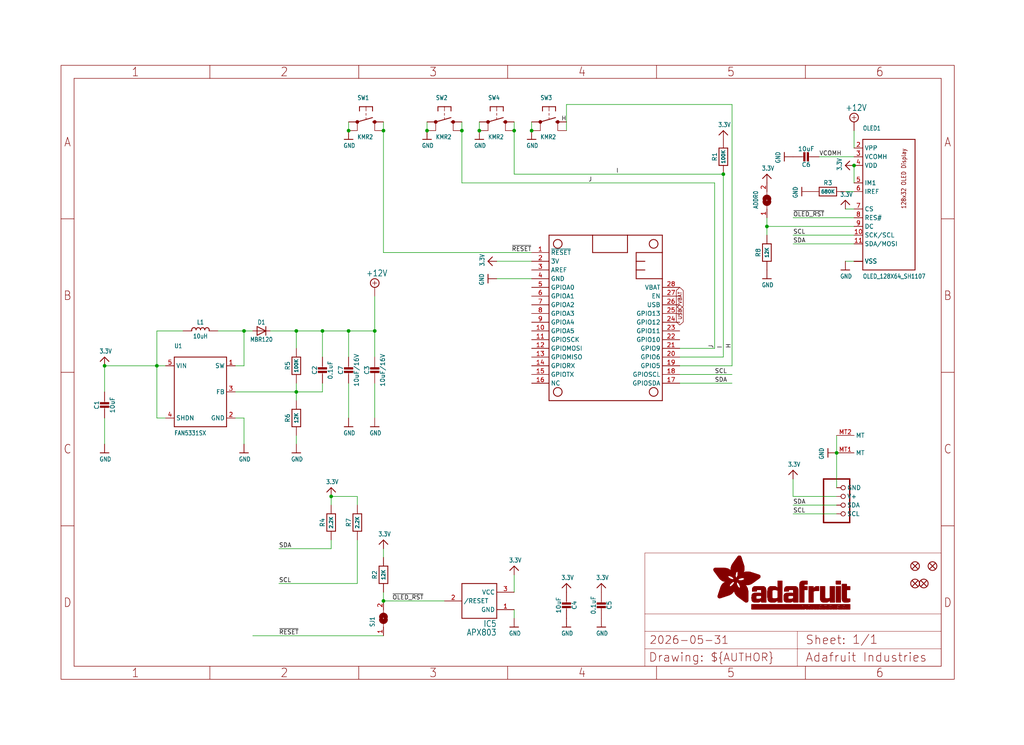
<source format=kicad_sch>
(kicad_sch (version 20231120) (generator "eeschema") (generator_version "8.0")
  (paper "User" 298.45 217.322)
  (lib_symbols
    (symbol "Adafruit 128x64 OLED FeatherWing-eagle-import:+12V" (power)
      (symbol "+12V_1_0"
        (pin power_in line (at 0 -2.54 90) (length 2.54) (name "+12V") (number "1"))
      )
    )
    (symbol "Adafruit 128x64 OLED FeatherWing-eagle-import:3.3V" (power)
      (symbol "3.3V_1_0"
        (pin power_in line (at 0 -2.54 90) (length 2.54) (name "3.3V") (number "1"))
      )
    )
    (symbol "Adafruit 128x64 OLED FeatherWing-eagle-import:AXP083-SAG"
      (property "Reference" "IC" (at -5.08 -7.62 0))
      (symbol "AXP083-SAG_1_0"
        (pin power_in line (at -10.16 -2.54 0) (length 5.08) (name "GND") (number "1"))
        (pin output line (at 10.16 0 180) (length 5.08) (name "/RESET") (number "2"))
        (pin power_in line (at -10.16 2.54 0) (length 5.08) (name "VCC") (number "3"))
      )
    )
    (symbol "Adafruit 128x64 OLED FeatherWing-eagle-import:CAP_CERAMIC0603_NO"
      (property "Reference" "C" (at -2.29 1.25 90))
      (symbol "CAP_CERAMIC0603_NO_1_0"
        (pin passive line (at 0 5.08 270) (length 2.54) (name "1") (number "1"))
        (pin passive line (at 0 -2.54 90) (length 2.54) (name "2") (number "2"))
      )
    )
    (symbol "Adafruit 128x64 OLED FeatherWing-eagle-import:CAP_CERAMIC0805-NOOUTLINE"
      (property "Reference" "C" (at -2.29 1.25 90))
      (symbol "CAP_CERAMIC0805-NOOUTLINE_1_0"
        (pin passive line (at 0 5.08 270) (length 2.54) (name "1") (number "1"))
        (pin passive line (at 0 -2.54 90) (length 2.54) (name "2") (number "2"))
      )
    )
    (symbol "Adafruit 128x64 OLED FeatherWing-eagle-import:DIODESOD-123"
      (property "Reference" "D" (at 0 2.54 0))
      (symbol "DIODESOD-123_1_0"
        (pin passive line (at -2.54 0 0) (length 2.54) (name "A") (number "A"))
        (pin passive line (at 2.54 0 180) (length 2.54) (name "C") (number "C"))
      )
    )
    (symbol "Adafruit 128x64 OLED FeatherWing-eagle-import:FEATHERWING_NODIM"
      (symbol "FEATHERWING_NODIM_1_0"
        (pin input line (at 5.08 -5.08 90) (length 5.08) (name "~{RESET}") (number "1"))
        (pin bidirectional line (at 27.94 -5.08 90) (length 5.08) (name "GPIOA5") (number "10"))
        (pin bidirectional line (at 30.48 -5.08 90) (length 5.08) (name "GPIOSCK") (number "11"))
        (pin bidirectional line (at 33.02 -5.08 90) (length 5.08) (name "GPIOMOSI") (number "12"))
        (pin bidirectional line (at 35.56 -5.08 90) (length 5.08) (name "GPIOMISO") (number "13"))
        (pin bidirectional line (at 38.1 -5.08 90) (length 5.08) (name "GPIORX") (number "14"))
        (pin bidirectional line (at 40.64 -5.08 90) (length 5.08) (name "GPIOTX") (number "15"))
        (pin passive line (at 43.18 -5.08 90) (length 5.08) (name "NC") (number "16"))
        (pin bidirectional line (at 43.18 38.1 270) (length 5.08) (name "GPIOSDA") (number "17"))
        (pin bidirectional line (at 40.64 38.1 270) (length 5.08) (name "GPIOSCL") (number "18"))
        (pin bidirectional line (at 38.1 38.1 270) (length 5.08) (name "GPIO5") (number "19"))
        (pin power_in line (at 7.62 -5.08 90) (length 5.08) (name "3V") (number "2"))
        (pin bidirectional line (at 35.56 38.1 270) (length 5.08) (name "GPIO6") (number "20"))
        (pin bidirectional line (at 33.02 38.1 270) (length 5.08) (name "GPIO9") (number "21"))
        (pin bidirectional line (at 30.48 38.1 270) (length 5.08) (name "GPIO10") (number "22"))
        (pin bidirectional line (at 27.94 38.1 270) (length 5.08) (name "GPIO11") (number "23"))
        (pin bidirectional line (at 25.4 38.1 270) (length 5.08) (name "GPIO12") (number "24"))
        (pin bidirectional line (at 22.86 38.1 270) (length 5.08) (name "GPIO13") (number "25"))
        (pin power_in line (at 20.32 38.1 270) (length 5.08) (name "USB") (number "26"))
        (pin passive line (at 17.78 38.1 270) (length 5.08) (name "EN") (number "27"))
        (pin power_in line (at 15.24 38.1 270) (length 5.08) (name "VBAT") (number "28"))
        (pin passive line (at 10.16 -5.08 90) (length 5.08) (name "AREF") (number "3"))
        (pin power_in line (at 12.7 -5.08 90) (length 5.08) (name "GND") (number "4"))
        (pin bidirectional line (at 15.24 -5.08 90) (length 5.08) (name "GPIOA0") (number "5"))
        (pin bidirectional line (at 17.78 -5.08 90) (length 5.08) (name "GPIOA1") (number "6"))
        (pin bidirectional line (at 20.32 -5.08 90) (length 5.08) (name "GPIOA2") (number "7"))
        (pin bidirectional line (at 22.86 -5.08 90) (length 5.08) (name "GPIOA3") (number "8"))
        (pin bidirectional line (at 25.4 -5.08 90) (length 5.08) (name "GPIOA4") (number "9"))
      )
    )
    (symbol "Adafruit 128x64 OLED FeatherWing-eagle-import:FIDUCIAL_1MM")
    (symbol "Adafruit 128x64 OLED FeatherWing-eagle-import:FRAME_A4_ADAFRUIT"
      (symbol "FRAME_A4_ADAFRUIT_1_0"
        (text "${#}/${##}" (at 230.505 10.16 0) (effects (font (size 2.54 2.54)) (justify left bottom)))
        (text "${AUTHOR}" (at 189.23 5.08 0) (effects (font (size 2.286 2.286)) (justify left bottom)))
        (text "${CURRENT_DATE}" (at 171.45 10.16 0) (effects (font (size 2.286 2.286)) (justify left bottom)))
        (text "${PROJECTNAME}" (at 171.45 15.24 0) (effects (font (size 2.54 2.54)) (justify left bottom)))
        (text "1" (at 21.6958 1.905 0) (effects (font (size 2.54 2.286))))
        (text "1" (at 21.6958 177.165 0) (effects (font (size 2.54 2.286))))
        (text "2" (at 65.0875 1.905 0) (effects (font (size 2.54 2.286))))
        (text "2" (at 65.0875 177.165 0) (effects (font (size 2.54 2.286))))
        (text "3" (at 108.4792 1.905 0) (effects (font (size 2.54 2.286))))
        (text "3" (at 108.4792 177.165 0) (effects (font (size 2.54 2.286))))
        (text "4" (at 151.8708 1.905 0) (effects (font (size 2.54 2.286))))
        (text "4" (at 151.8708 177.165 0) (effects (font (size 2.54 2.286))))
        (text "5" (at 195.2625 1.905 0) (effects (font (size 2.54 2.286))))
        (text "5" (at 195.2625 177.165 0) (effects (font (size 2.54 2.286))))
        (text "6" (at 238.6542 1.905 0) (effects (font (size 2.54 2.286))))
        (text "6" (at 238.6542 177.165 0) (effects (font (size 2.54 2.286))))
        (text "A" (at 1.905 156.6863 0) (effects (font (size 2.54 2.286))))
        (text "A" (at 258.445 156.6863 0) (effects (font (size 2.54 2.286))))
        (text "Adafruit Industries" (at 216.916 4.953 0) (effects (font (size 2.54 2.54)) (justify left bottom)))
        (text "B" (at 1.905 111.9188 0) (effects (font (size 2.54 2.286))))
        (text "B" (at 258.445 111.9188 0) (effects (font (size 2.54 2.286))))
        (text "C" (at 1.905 67.1513 0) (effects (font (size 2.54 2.286))))
        (text "C" (at 258.445 67.1513 0) (effects (font (size 2.54 2.286))))
        (text "D" (at 1.905 22.3838 0) (effects (font (size 2.54 2.286))))
        (text "D" (at 258.445 22.3838 0) (effects (font (size 2.54 2.286))))
        (text "Drawing:" (at 171.196 4.953 0) (effects (font (size 2.54 2.54)) (justify left bottom)))
        (text "Sheet:" (at 216.916 10.033 0) (effects (font (size 2.54 2.54)) (justify left bottom)))
      )
    )
    (symbol "Adafruit 128x64 OLED FeatherWing-eagle-import:GND" (power)
      (symbol "GND_1_0"
        (pin power_in line (at 0 2.54 270) (length 2.54) (name "GND") (number "1"))
      )
    )
    (symbol "Adafruit 128x64 OLED FeatherWing-eagle-import:INDUCTOR"
      (property "Reference" "L" (at 0 2.54 0))
      (symbol "INDUCTOR_1_0"
        (pin passive line (at -5.08 0 0) (length 2.54) (name "1") (number "P$1"))
        (pin passive line (at 5.08 0 180) (length 2.54) (name "2") (number "P$2"))
      )
    )
    (symbol "Adafruit 128x64 OLED FeatherWing-eagle-import:OLED_128X64_SH1107"
      (property "Reference" "OLED" (at -7.62 22.86 0))
      (symbol "OLED_128X64_SH1107_1_0"
        (text "128x32 OLED Display" (at 5.08 0 900) (effects (font (size 1.27 1.0795)) (justify left bottom)))
        (pin power_in line (at -10.16 -15.24 0) (length 2.54) (name "VSS") (number "1"))
        (pin input line (at -10.16 -7.62 0) (length 2.54) (name "SCK/SCL") (number "10"))
        (pin input line (at -10.16 -10.16 0) (length 2.54) (name "SDA/MOSI") (number "11"))
        (pin power_in line (at -10.16 -15.24 0) (length 2.54) (name "VSS") (number "12"))
        (pin power_in line (at -10.16 -15.24 0) (length 2.54) (name "VSS") (number "13"))
        (pin power_in line (at -10.16 17.78 0) (length 2.54) (name "VPP") (number "2"))
        (pin power_in line (at -10.16 15.24 0) (length 2.54) (name "VCOMH") (number "3"))
        (pin power_in line (at -10.16 12.7 0) (length 2.54) (name "VDD") (number "4"))
        (pin input line (at -10.16 7.62 0) (length 2.54) (name "IM1") (number "5"))
        (pin bidirectional line (at -10.16 5.08 0) (length 2.54) (name "IREF") (number "6"))
        (pin input line (at -10.16 0 0) (length 2.54) (name "CS") (number "7"))
        (pin input line (at -10.16 -2.54 0) (length 2.54) (name "RES#") (number "8"))
        (pin input line (at -10.16 -5.08 0) (length 2.54) (name "DC") (number "9"))
      )
    )
    (symbol "Adafruit 128x64 OLED FeatherWing-eagle-import:RESISTOR_0603_NOOUT"
      (property "Reference" "R" (at 0 2.54 0))
      (symbol "RESISTOR_0603_NOOUT_1_0"
        (pin passive line (at -5.08 0 0) (length 2.54) (name "1") (number "1"))
        (pin passive line (at 5.08 0 180) (length 2.54) (name "2") (number "2"))
      )
    )
    (symbol "Adafruit 128x64 OLED FeatherWing-eagle-import:SOLDERJUMPER"
      (property "Reference" "SJ" (at -2.54 2.54 0))
      (symbol "SOLDERJUMPER_1_0"
        (pin passive line (at -5.08 0 0) (length 2.54) (name "1") (number "1"))
        (pin passive line (at 5.08 0 180) (length 2.54) (name "2") (number "2"))
      )
    )
    (symbol "Adafruit 128x64 OLED FeatherWing-eagle-import:SOLDERJUMPERCLOSED"
      (property "Reference" "SJ" (at -2.54 2.54 0))
      (symbol "SOLDERJUMPERCLOSED_1_0"
        (pin passive line (at -5.08 0 0) (length 2.54) (name "1") (number "1"))
        (pin passive line (at 5.08 0 180) (length 2.54) (name "2") (number "2"))
      )
    )
    (symbol "Adafruit 128x64 OLED FeatherWing-eagle-import:STEMMA_I2C_QT"
      (symbol "STEMMA_I2C_QT_1_0"
        (pin passive inverted (at 0 5.08 0) (length 2.54) (name "GND") (number "1"))
        (pin passive inverted (at 0 2.54 0) (length 2.54) (name "V+") (number "2"))
        (pin passive inverted (at 0 0 0) (length 2.54) (name "SDA") (number "3"))
        (pin passive inverted (at 0 -2.54 0) (length 2.54) (name "SCL") (number "4"))
      )
      (symbol "STEMMA_I2C_QT_2_0"
        (pin bidirectional line (at 0 0 0) (length 5.08) (name "MT") (number "MT1"))
      )
      (symbol "STEMMA_I2C_QT_3_0"
        (pin bidirectional line (at 0 0 0) (length 5.08) (name "MT") (number "MT2"))
      )
    )
    (symbol "Adafruit 128x64 OLED FeatherWing-eagle-import:SWITCH_TACT_SMT4.6X2.8"
      (property "Reference" "SW" (at -2.54 6.35 0))
      (symbol "SWITCH_TACT_SMT4.6X2.8_1_0"
        (pin passive line (at -5.08 0 0) (length 2.54) (name "P") (number "A"))
        (pin passive line (at -5.08 -2.54 0) (length 2.54) (name "P1") (number "A'"))
        (pin passive line (at 5.08 0 180) (length 2.54) (name "S") (number "B"))
        (pin passive line (at 5.08 -2.54 180) (length 2.54) (name "S1") (number "B'"))
      )
    )
    (symbol "Adafruit 128x64 OLED FeatherWing-eagle-import:VREG_FAN5331"
      (property "Reference" "U" (at -7.62 12.7 0))
      (symbol "VREG_FAN5331_1_0"
        (pin bidirectional line (at 10.16 7.62 180) (length 2.54) (name "SW") (number "1"))
        (pin bidirectional line (at 10.16 -7.62 180) (length 2.54) (name "GND") (number "2"))
        (pin bidirectional line (at 10.16 0 180) (length 2.54) (name "FB") (number "3"))
        (pin bidirectional line (at -10.16 -7.62 0) (length 2.54) (name "SHDN") (number "4"))
        (pin bidirectional line (at -10.16 7.62 0) (length 2.54) (name "VIN") (number "5"))
      )
    )
  )
  (junction (at 248.92 48.26))
  (junction (at 96.52 144.78))
  (junction (at 86.36 96.52))
  (junction (at 124.46 38.1))
  (junction (at 71.12 96.52))
  (junction (at 86.36 114.3))
  (junction (at 134.62 38.1))
  (junction (at 223.52 66.04))
  (junction (at 30.48 106.68))
  (junction (at 243.84 132.08))
  (junction (at 111.76 175.26))
  (junction (at 154.94 38.1))
  (junction (at 210.82 50.8))
  (junction (at 149.86 38.1))
  (junction (at 139.7 38.1))
  (junction (at 101.6 96.52))
  (junction (at 111.76 38.1))
  (junction (at 93.98 96.52))
  (junction (at 101.6 38.1))
  (junction (at 109.22 96.52))
  (junction (at 45.72 106.68))
  (wire (pts (xy 93.98 114.3) (xy 93.98 111.76)) (stroke (width 0.1524)))
  (wire (pts (xy 208.28 53.34) (xy 208.28 101.6)) (stroke (width 0.1524)))
  (wire (pts (xy 198.12 104.14) (xy 210.82 104.14)) (stroke (width 0.1524)))
  (wire (pts (xy 231.14 63.5) (xy 248.92 63.5)) (stroke (width 0.1524)))
  (wire (pts (xy 48.26 121.92) (xy 45.72 121.92)) (stroke (width 0.1524)))
  (wire (pts (xy 71.12 96.52) (xy 73.66 96.52)) (stroke (width 0.1524)))
  (wire (pts (xy 111.76 38.1) (xy 111.76 73.66)) (stroke (width 0.1524)))
  (wire (pts (xy 231.14 149.86) (xy 243.84 149.86)) (stroke (width 0.1524)))
  (wire (pts (xy 246.38 55.88) (xy 248.92 55.88)) (stroke (width 0.1524)))
  (wire (pts (xy 198.12 101.6) (xy 208.28 101.6)) (stroke (width 0.1524)))
  (wire (pts (xy 149.86 38.1) (xy 149.86 50.8)) (stroke (width 0.1524)))
  (wire (pts (xy 86.36 114.3) (xy 93.98 114.3)) (stroke (width 0.1524)))
  (wire (pts (xy 129.54 175.26) (xy 111.76 175.26)) (stroke (width 0.1524)))
  (wire (pts (xy 101.6 96.52) (xy 109.22 96.52)) (stroke (width 0.1524)))
  (wire (pts (xy 68.58 114.3) (xy 86.36 114.3)) (stroke (width 0.1524)))
  (wire (pts (xy 165.1 30.48) (xy 213.36 30.48)) (stroke (width 0.1524)))
  (wire (pts (xy 68.58 121.92) (xy 71.12 121.92)) (stroke (width 0.1524)))
  (wire (pts (xy 96.52 147.32) (xy 96.52 144.78)) (stroke (width 0.1524)))
  (wire (pts (xy 223.52 66.04) (xy 248.92 66.04)) (stroke (width 0.1524)))
  (wire (pts (xy 246.38 76.2) (xy 248.92 76.2)) (stroke (width 0.1524)))
  (wire (pts (xy 231.14 68.58) (xy 248.92 68.58)) (stroke (width 0.1524)))
  (wire (pts (xy 30.48 121.92) (xy 30.48 129.54)) (stroke (width 0.1524)))
  (wire (pts (xy 86.36 96.52) (xy 86.36 101.6)) (stroke (width 0.1524)))
  (wire (pts (xy 78.74 96.52) (xy 86.36 96.52)) (stroke (width 0.1524)))
  (wire (pts (xy 101.6 121.92) (xy 101.6 111.76)) (stroke (width 0.1524)))
  (wire (pts (xy 96.52 160.02) (xy 81.28 160.02)) (stroke (width 0.1524)))
  (wire (pts (xy 165.1 30.48) (xy 165.1 38.1)) (stroke (width 0.1524)))
  (wire (pts (xy 86.36 96.52) (xy 93.98 96.52)) (stroke (width 0.1524)))
  (wire (pts (xy 243.84 127) (xy 243.84 132.08)) (stroke (width 0.1524)))
  (wire (pts (xy 104.14 170.18) (xy 81.28 170.18)) (stroke (width 0.1524)))
  (wire (pts (xy 144.78 76.2) (xy 154.94 76.2)) (stroke (width 0.1524)))
  (wire (pts (xy 109.22 96.52) (xy 109.22 86.36)) (stroke (width 0.1524)))
  (wire (pts (xy 248.92 48.26) (xy 248.92 53.34)) (stroke (width 0.1524)))
  (wire (pts (xy 149.86 35.56) (xy 149.86 38.1)) (stroke (width 0.1524)))
  (wire (pts (xy 109.22 96.52) (xy 109.22 104.14)) (stroke (width 0.1524)))
  (wire (pts (xy 134.62 38.1) (xy 134.62 53.34)) (stroke (width 0.1524)))
  (wire (pts (xy 111.76 162.56) (xy 111.76 160.02)) (stroke (width 0.1524)))
  (wire (pts (xy 248.92 38.1) (xy 248.92 43.18)) (stroke (width 0.1524)))
  (wire (pts (xy 71.12 96.52) (xy 71.12 106.68)) (stroke (width 0.1524)))
  (wire (pts (xy 231.14 144.78) (xy 231.14 139.7)) (stroke (width 0.1524)))
  (wire (pts (xy 71.12 106.68) (xy 68.58 106.68)) (stroke (width 0.1524)))
  (wire (pts (xy 139.7 35.56) (xy 139.7 38.1)) (stroke (width 0.1524)))
  (wire (pts (xy 124.46 35.56) (xy 124.46 38.1)) (stroke (width 0.1524)))
  (wire (pts (xy 86.36 127) (xy 86.36 129.54)) (stroke (width 0.1524)))
  (wire (pts (xy 104.14 157.48) (xy 104.14 170.18)) (stroke (width 0.1524)))
  (wire (pts (xy 149.86 177.8) (xy 149.86 180.34)) (stroke (width 0.1524)))
  (wire (pts (xy 111.76 73.66) (xy 154.94 73.66)) (stroke (width 0.1524)))
  (wire (pts (xy 45.72 121.92) (xy 45.72 106.68)) (stroke (width 0.1524)))
  (wire (pts (xy 48.26 106.68) (xy 45.72 106.68)) (stroke (width 0.1524)))
  (wire (pts (xy 246.38 60.96) (xy 248.92 60.96)) (stroke (width 0.1524)))
  (wire (pts (xy 45.72 96.52) (xy 53.34 96.52)) (stroke (width 0.1524)))
  (wire (pts (xy 111.76 35.56) (xy 111.76 38.1)) (stroke (width 0.1524)))
  (wire (pts (xy 223.52 66.04) (xy 223.52 68.58)) (stroke (width 0.1524)))
  (wire (pts (xy 238.76 45.72) (xy 248.92 45.72)) (stroke (width 0.1524)))
  (wire (pts (xy 154.94 35.56) (xy 154.94 38.1)) (stroke (width 0.1524)))
  (wire (pts (xy 213.36 30.48) (xy 213.36 106.68)) (stroke (width 0.1524)))
  (wire (pts (xy 243.84 147.32) (xy 231.14 147.32)) (stroke (width 0.1524)))
  (wire (pts (xy 149.86 172.72) (xy 149.86 167.64)) (stroke (width 0.1524)))
  (wire (pts (xy 198.12 109.22) (xy 213.36 109.22)) (stroke (width 0.1524)))
  (wire (pts (xy 149.86 50.8) (xy 210.82 50.8)) (stroke (width 0.1524)))
  (wire (pts (xy 243.84 132.08) (xy 243.84 142.24)) (stroke (width 0.1524)))
  (wire (pts (xy 104.14 144.78) (xy 96.52 144.78)) (stroke (width 0.1524)))
  (wire (pts (xy 134.62 53.34) (xy 208.28 53.34)) (stroke (width 0.1524)))
  (wire (pts (xy 86.36 116.84) (xy 86.36 114.3)) (stroke (width 0.1524)))
  (wire (pts (xy 45.72 106.68) (xy 45.72 96.52)) (stroke (width 0.1524)))
  (wire (pts (xy 134.62 35.56) (xy 134.62 38.1)) (stroke (width 0.1524)))
  (wire (pts (xy 210.82 50.8) (xy 210.82 104.14)) (stroke (width 0.1524)))
  (wire (pts (xy 111.76 185.42) (xy 73.66 185.42)) (stroke (width 0.1524)))
  (wire (pts (xy 144.78 81.28) (xy 154.94 81.28)) (stroke (width 0.1524)))
  (wire (pts (xy 93.98 104.14) (xy 93.98 96.52)) (stroke (width 0.1524)))
  (wire (pts (xy 30.48 106.68) (xy 30.48 114.3)) (stroke (width 0.1524)))
  (wire (pts (xy 101.6 35.56) (xy 101.6 38.1)) (stroke (width 0.1524)))
  (wire (pts (xy 111.76 175.26) (xy 111.76 172.72)) (stroke (width 0.1524)))
  (wire (pts (xy 45.72 106.68) (xy 30.48 106.68)) (stroke (width 0.1524)))
  (wire (pts (xy 86.36 114.3) (xy 86.36 111.76)) (stroke (width 0.1524)))
  (wire (pts (xy 198.12 111.76) (xy 213.36 111.76)) (stroke (width 0.1524)))
  (wire (pts (xy 109.22 111.76) (xy 109.22 121.92)) (stroke (width 0.1524)))
  (wire (pts (xy 63.5 96.52) (xy 71.12 96.52)) (stroke (width 0.1524)))
  (wire (pts (xy 198.12 106.68) (xy 213.36 106.68)) (stroke (width 0.1524)))
  (wire (pts (xy 93.98 96.52) (xy 101.6 96.52)) (stroke (width 0.1524)))
  (wire (pts (xy 223.52 63.5) (xy 223.52 66.04)) (stroke (width 0.1524)))
  (wire (pts (xy 96.52 160.02) (xy 96.52 157.48)) (stroke (width 0.1524)))
  (wire (pts (xy 101.6 96.52) (xy 101.6 104.14)) (stroke (width 0.1524)))
  (wire (pts (xy 104.14 147.32) (xy 104.14 144.78)) (stroke (width 0.1524)))
  (wire (pts (xy 248.92 71.12) (xy 231.14 71.12)) (stroke (width 0.1524)))
  (wire (pts (xy 243.84 144.78) (xy 231.14 144.78)) (stroke (width 0.1524)))
  (wire (pts (xy 71.12 121.92) (xy 71.12 129.54)) (stroke (width 0.1524)))
  (label "SDA" (at 208.28 111.76 0) (effects (font (size 1.2446 1.2446))))
  (label "H" (at 213.36 101.6 90) (effects (font (size 1.2446 1.2446))))
  (label "SCL" (at 208.28 109.22 0) (effects (font (size 1.2446 1.2446))))
  (label "I" (at 180.34 50.8 180) (effects (font (size 1.2446 1.2446))))
  (label "J" (at 171.45 53.34 0) (effects (font (size 1.2446 1.2446))))
  (label "~{OLED_RST}" (at 114.3 175.26 0) (effects (font (size 1.2446 1.2446))))
  (label "SDA" (at 231.14 147.32 0) (effects (font (size 1.2446 1.2446))))
  (label "H" (at 165.1 35.56 180) (effects (font (size 1.2446 1.2446))))
  (label "SDA" (at 81.28 160.02 0) (effects (font (size 1.2446 1.2446))))
  (label "VCOMH" (at 238.76 45.72 0) (effects (font (size 1.2446 1.2446))))
  (label "SDA" (at 231.14 71.12 0) (effects (font (size 1.2446 1.2446))))
  (label "SCL" (at 81.28 170.18 0) (effects (font (size 1.2446 1.2446))))
  (label "~{OLED_RST}" (at 231.14 63.5 0) (effects (font (size 1.2446 1.2446))))
  (label "~{RESET}" (at 81.28 185.42 0) (effects (font (size 1.2446 1.2446))))
  (label "~{RESET}" (at 154.94 73.66 180) (effects (font (size 1.2446 1.2446))))
  (label "SCL" (at 231.14 149.86 0) (effects (font (size 1.2446 1.2446))))
  (label "I" (at 210.82 101.6 90) (effects (font (size 1.2446 1.2446))))
  (label "SCL" (at 231.14 68.58 0) (effects (font (size 1.2446 1.2446))))
  (label "J" (at 208.28 101.6 90) (effects (font (size 1.2446 1.2446))))
  (global_label "VBAT" (shape bidirectional) (at 198.12 83.82 270) (effects (font (size 1.016 1.016))) (property "Intersheetrefs" "${INTERSHEET_REFS}" (effects (hide yes))))
  (global_label "USB" (shape bidirectional) (at 198.12 88.9 270) (effects (font (size 1.016 1.016))) (property "Intersheetrefs" "${INTERSHEET_REFS}" (effects (hide yes))))
  (symbol (lib_id "Adafruit 128x64 OLED FeatherWing-eagle-import:GND") (at 86.36 132.08 0) (unit 1)
    (property "Reference" "#U$5" (effects (hide yes)))
    (property "Value" "GND" (at 84.836 134.62 0) (effects (font (size 1.27 1.0795)) (justify left bottom)))
  )
  (symbol (lib_id "Adafruit 128x64 OLED FeatherWing-eagle-import:RESISTOR_0603_NOOUT") (at 86.36 106.68 90) (unit 1)
    (property "Reference" "R5" (at 83.82 106.68 0))
    (property "Value" "100K" (at 86.36 106.68 0) (effects (font (size 1.016 1.016) (bold yes))))
    (property "Footprint" "Adafruit 128x64 OLED FeatherWing:0603-NO" (effects (hide yes)))
  )
  (symbol (lib_id "Adafruit 128x64 OLED FeatherWing-eagle-import:3.3V") (at 111.76 157.48 0) (unit 1)
    (property "Reference" "#U$21" (effects (hide yes)))
    (property "Value" "3.3V" (at 110.236 156.464 0) (effects (font (size 1.27 1.0795)) (justify left bottom)))
  )
  (symbol (lib_id "Adafruit 128x64 OLED FeatherWing-eagle-import:GND") (at 101.6 40.64 0) (unit 1)
    (property "Reference" "#U$9" (effects (hide yes)))
    (property "Value" "GND" (at 100.076 43.18 0) (effects (font (size 1.27 1.0795)) (justify left bottom)))
  )
  (symbol (lib_id "Adafruit 128x64 OLED FeatherWing-eagle-import:3.3V") (at 96.52 142.24 0) (unit 1)
    (property "Reference" "#U$13" (effects (hide yes)))
    (property "Value" "3.3V" (at 94.996 141.224 0) (effects (font (size 1.27 1.0795)) (justify left bottom)))
  )
  (symbol (lib_id "Adafruit 128x64 OLED FeatherWing-eagle-import:3.3V") (at 149.86 165.1 0) (unit 1)
    (property "Reference" "#U$31" (effects (hide yes)))
    (property "Value" "3.3V" (at 148.336 164.084 0) (effects (font (size 1.27 1.0795)) (justify left bottom)))
  )
  (symbol (lib_id "Adafruit 128x64 OLED FeatherWing-eagle-import:FIDUCIAL_1MM") (at 266.7 170.18 0) (unit 1)
    (property "Reference" "FID3" (effects (hide yes)))
    (property "Value" "FIDUCIAL_1MM" (effects (hide yes)))
    (property "Footprint" "Adafruit 128x64 OLED FeatherWing:FIDUCIAL_1MM" (effects (hide yes)))
  )
  (symbol (lib_id "Adafruit 128x64 OLED FeatherWing-eagle-import:STEMMA_I2C_QT") (at 243.84 147.32 0) (unit 1)
    (property "Reference" "CONN1" (effects (hide yes)))
    (property "Value" "STEMMA_I2C_QT" (effects (hide yes)))
    (property "Footprint" "Adafruit 128x64 OLED FeatherWing:JST_SH4" (effects (hide yes)))
  )
  (symbol (lib_id "Adafruit 128x64 OLED FeatherWing-eagle-import:GND") (at 71.12 132.08 0) (unit 1)
    (property "Reference" "#U$25" (effects (hide yes)))
    (property "Value" "GND" (at 69.596 134.62 0) (effects (font (size 1.27 1.0795)) (justify left bottom)))
  )
  (symbol (lib_id "Adafruit 128x64 OLED FeatherWing-eagle-import:SWITCH_TACT_SMT4.6X2.8") (at 129.54 35.56 0) (unit 1)
    (property "Reference" "SW2" (at 127 29.21 0) (effects (font (size 1.27 1.0795)) (justify left bottom)))
    (property "Value" "KMR2" (at 127 40.64 0) (effects (font (size 1.27 1.0795)) (justify left bottom)))
    (property "Footprint" "Adafruit 128x64 OLED FeatherWing:BTN_KMR2_4.6X2.8" (effects (hide yes)))
  )
  (symbol (lib_id "Adafruit 128x64 OLED FeatherWing-eagle-import:RESISTOR_0603_NOOUT") (at 241.3 55.88 0) (unit 1)
    (property "Reference" "R3" (at 241.3 53.34 0))
    (property "Value" "680K" (at 241.3 55.88 0) (effects (font (size 1.016 1.016) (bold yes))))
    (property "Footprint" "Adafruit 128x64 OLED FeatherWing:0603-NO" (effects (hide yes)))
  )
  (symbol (lib_id "Adafruit 128x64 OLED FeatherWing-eagle-import:DIODESOD-123") (at 76.2 96.52 0) (unit 1)
    (property "Reference" "D1" (at 76.2 93.98 0) (effects (font (size 1.27 1.0795))))
    (property "Value" "MBR120" (at 76.2 99.02 0) (effects (font (size 1.27 1.0795))))
    (property "Footprint" "Adafruit 128x64 OLED FeatherWing:SOD-123" (effects (hide yes)))
  )
  (symbol (lib_id "Adafruit 128x64 OLED FeatherWing-eagle-import:RESISTOR_0603_NOOUT") (at 104.14 152.4 90) (unit 1)
    (property "Reference" "R7" (at 101.6 152.4 0))
    (property "Value" "2.2K" (at 104.14 152.4 0) (effects (font (size 1.016 1.016) (bold yes))))
    (property "Footprint" "Adafruit 128x64 OLED FeatherWing:0603-NO" (effects (hide yes)))
  )
  (symbol (lib_id "Adafruit 128x64 OLED FeatherWing-eagle-import:CAP_CERAMIC0805-NOOUTLINE") (at 236.22 45.72 90) (unit 1)
    (property "Reference" "C6" (at 234.97 48.01 90))
    (property "Value" "10uF" (at 234.97 43.42 90))
    (property "Footprint" "Adafruit 128x64 OLED FeatherWing:0805-NO" (effects (hide yes)))
  )
  (symbol (lib_id "Adafruit 128x64 OLED FeatherWing-eagle-import:SWITCH_TACT_SMT4.6X2.8") (at 160.02 35.56 0) (unit 1)
    (property "Reference" "SW3" (at 157.48 29.21 0) (effects (font (size 1.27 1.0795)) (justify left bottom)))
    (property "Value" "KMR2" (at 157.48 40.64 0) (effects (font (size 1.27 1.0795)) (justify left bottom)))
    (property "Footprint" "Adafruit 128x64 OLED FeatherWing:BTN_KMR2_4.6X2.8" (effects (hide yes)))
  )
  (symbol (lib_id "Adafruit 128x64 OLED FeatherWing-eagle-import:FRAME_A4_ADAFRUIT") (at 17.78 198.12 0) (unit 1)
    (property "Reference" "#U$1" (effects (hide yes)))
    (property "Value" "FRAME_A4_ADAFRUIT" (effects (hide yes)))
  )
  (symbol (lib_id "Adafruit 128x64 OLED FeatherWing-eagle-import:3.3V") (at 231.14 137.16 0) (unit 1)
    (property "Reference" "#U$4" (effects (hide yes)))
    (property "Value" "3.3V" (at 229.616 136.144 0) (effects (font (size 1.27 1.0795)) (justify left bottom)))
  )
  (symbol (lib_id "Adafruit 128x64 OLED FeatherWing-eagle-import:GND") (at 142.24 81.28 270) (unit 1)
    (property "Reference" "#U$7" (effects (hide yes)))
    (property "Value" "GND" (at 139.7 79.756 0) (effects (font (size 1.27 1.0795)) (justify left bottom)))
  )
  (symbol (lib_id "Adafruit 128x64 OLED FeatherWing-eagle-import:GND") (at 175.26 182.88 0) (unit 1)
    (property "Reference" "#U$34" (effects (hide yes)))
    (property "Value" "GND" (at 173.736 185.42 0) (effects (font (size 1.27 1.0795)) (justify left bottom)))
  )
  (symbol (lib_id "Adafruit 128x64 OLED FeatherWing-eagle-import:GND") (at 124.46 40.64 0) (unit 1)
    (property "Reference" "#U$10" (effects (hide yes)))
    (property "Value" "GND" (at 122.936 43.18 0) (effects (font (size 1.27 1.0795)) (justify left bottom)))
  )
  (symbol (lib_id "Adafruit 128x64 OLED FeatherWing-eagle-import:3.3V") (at 246.38 58.42 0) (unit 1)
    (property "Reference" "#U$2" (effects (hide yes)))
    (property "Value" "3.3V" (at 244.856 57.404 0) (effects (font (size 1.27 1.0795)) (justify left bottom)))
  )
  (symbol (lib_id "Adafruit 128x64 OLED FeatherWing-eagle-import:GND") (at 223.52 81.28 0) (unit 1)
    (property "Reference" "#U$32" (effects (hide yes)))
    (property "Value" "GND" (at 221.996 83.82 0) (effects (font (size 1.27 1.0795)) (justify left bottom)))
  )
  (symbol (lib_id "Adafruit 128x64 OLED FeatherWing-eagle-import:GND") (at 165.1 182.88 0) (unit 1)
    (property "Reference" "#U$23" (effects (hide yes)))
    (property "Value" "GND" (at 163.576 185.42 0) (effects (font (size 1.27 1.0795)) (justify left bottom)))
  )
  (symbol (lib_id "Adafruit 128x64 OLED FeatherWing-eagle-import:FIDUCIAL_1MM") (at 266.7 165.1 0) (unit 1)
    (property "Reference" "FID2" (effects (hide yes)))
    (property "Value" "FIDUCIAL_1MM" (effects (hide yes)))
    (property "Footprint" "Adafruit 128x64 OLED FeatherWing:FIDUCIAL_1MM" (effects (hide yes)))
  )
  (symbol (lib_id "Adafruit 128x64 OLED FeatherWing-eagle-import:GND") (at 109.22 124.46 0) (unit 1)
    (property "Reference" "#U$26" (effects (hide yes)))
    (property "Value" "GND" (at 107.696 127 0) (effects (font (size 1.27 1.0795)) (justify left bottom)))
  )
  (symbol (lib_id "Adafruit 128x64 OLED FeatherWing-eagle-import:3.3V") (at 246.38 48.26 90) (unit 1)
    (property "Reference" "#U$15" (effects (hide yes)))
    (property "Value" "3.3V" (at 245.364 49.784 0) (effects (font (size 1.27 1.0795)) (justify left bottom)))
  )
  (symbol (lib_id "Adafruit 128x64 OLED FeatherWing-eagle-import:STEMMA_I2C_QT") (at 243.84 132.08 0) (unit 2)
    (property "Reference" "CONN1" (effects (hide yes)))
    (property "Value" "STEMMA_I2C_QT" (effects (hide yes)))
    (property "Footprint" "Adafruit 128x64 OLED FeatherWing:JST_SH4" (effects (hide yes)))
  )
  (symbol (lib_id "Adafruit 128x64 OLED FeatherWing-eagle-import:CAP_CERAMIC0805-NOOUTLINE") (at 101.6 109.22 0) (unit 1)
    (property "Reference" "C7" (at 99.31 107.97 90))
    (property "Value" "10uF/16V" (at 103.9 107.97 90))
    (property "Footprint" "Adafruit 128x64 OLED FeatherWing:0805-NO" (effects (hide yes)))
  )
  (symbol (lib_id "Adafruit 128x64 OLED FeatherWing-eagle-import:RESISTOR_0603_NOOUT") (at 223.52 73.66 90) (unit 1)
    (property "Reference" "R8" (at 220.98 73.66 0))
    (property "Value" "12K" (at 223.52 73.66 0) (effects (font (size 1.016 1.016) (bold yes))))
    (property "Footprint" "Adafruit 128x64 OLED FeatherWing:0603-NO" (effects (hide yes)))
  )
  (symbol (lib_id "Adafruit 128x64 OLED FeatherWing-eagle-import:CAP_CERAMIC0805-NOOUTLINE") (at 165.1 175.26 180) (unit 1)
    (property "Reference" "C4" (at 167.39 176.51 90))
    (property "Value" "10uF" (at 162.8 176.51 90))
    (property "Footprint" "Adafruit 128x64 OLED FeatherWing:0805-NO" (effects (hide yes)))
  )
  (symbol (lib_id "Adafruit 128x64 OLED FeatherWing-eagle-import:GND") (at 139.7 40.64 0) (unit 1)
    (property "Reference" "#U$11" (effects (hide yes)))
    (property "Value" "GND" (at 138.176 43.18 0) (effects (font (size 1.27 1.0795)) (justify left bottom)))
  )
  (symbol (lib_id "Adafruit 128x64 OLED FeatherWing-eagle-import:CAP_CERAMIC0805-NOOUTLINE") (at 30.48 119.38 0) (unit 1)
    (property "Reference" "C1" (at 28.19 118.13 90))
    (property "Value" "10uF" (at 32.78 118.13 90))
    (property "Footprint" "Adafruit 128x64 OLED FeatherWing:0805-NO" (effects (hide yes)))
  )
  (symbol (lib_id "Adafruit 128x64 OLED FeatherWing-eagle-import:FIDUCIAL_1MM") (at 269.24 170.18 0) (unit 1)
    (property "Reference" "FID4" (effects (hide yes)))
    (property "Value" "FIDUCIAL_1MM" (effects (hide yes)))
    (property "Footprint" "Adafruit 128x64 OLED FeatherWing:FIDUCIAL_1MM" (effects (hide yes)))
  )
  (symbol (lib_id "Adafruit 128x64 OLED FeatherWing-eagle-import:GND") (at 246.38 78.74 0) (unit 1)
    (property "Reference" "#U$18" (effects (hide yes)))
    (property "Value" "GND" (at 244.856 81.28 0) (effects (font (size 1.27 1.0795)) (justify left bottom)))
  )
  (symbol (lib_id "Adafruit 128x64 OLED FeatherWing-eagle-import:GND") (at 154.94 40.64 0) (unit 1)
    (property "Reference" "#U$12" (effects (hide yes)))
    (property "Value" "GND" (at 153.416 43.18 0) (effects (font (size 1.27 1.0795)) (justify left bottom)))
  )
  (symbol (lib_id "Adafruit 128x64 OLED FeatherWing-eagle-import:SWITCH_TACT_SMT4.6X2.8") (at 106.68 35.56 0) (unit 1)
    (property "Reference" "SW1" (at 104.14 29.21 0) (effects (font (size 1.27 1.0795)) (justify left bottom)))
    (property "Value" "KMR2" (at 104.14 40.64 0) (effects (font (size 1.27 1.0795)) (justify left bottom)))
    (property "Footprint" "Adafruit 128x64 OLED FeatherWing:BTN_KMR2_4.6X2.8" (effects (hide yes)))
  )
  (symbol (lib_id "Adafruit 128x64 OLED FeatherWing-eagle-import:GND") (at 233.68 55.88 270) (unit 1)
    (property "Reference" "#U$19" (effects (hide yes)))
    (property "Value" "GND" (at 231.14 54.356 0) (effects (font (size 1.27 1.0795)) (justify left bottom)))
  )
  (symbol (lib_id "Adafruit 128x64 OLED FeatherWing-eagle-import:CAP_CERAMIC0603_NO") (at 175.26 175.26 180) (unit 1)
    (property "Reference" "C5" (at 177.55 176.51 90))
    (property "Value" "0.1uF" (at 172.96 176.51 90))
    (property "Footprint" "Adafruit 128x64 OLED FeatherWing:0603-NO" (effects (hide yes)))
  )
  (symbol (lib_id "Adafruit 128x64 OLED FeatherWing-eagle-import:3.3V") (at 210.82 38.1 0) (unit 1)
    (property "Reference" "#U$3" (effects (hide yes)))
    (property "Value" "3.3V" (at 209.296 37.084 0) (effects (font (size 1.27 1.0795)) (justify left bottom)))
  )
  (symbol (lib_id "Adafruit 128x64 OLED FeatherWing-eagle-import:RESISTOR_0603_NOOUT") (at 96.52 152.4 90) (unit 1)
    (property "Reference" "R4" (at 93.98 152.4 0))
    (property "Value" "2.2K" (at 96.52 152.4 0) (effects (font (size 1.016 1.016) (bold yes))))
    (property "Footprint" "Adafruit 128x64 OLED FeatherWing:0603-NO" (effects (hide yes)))
  )
  (symbol (lib_id "Adafruit 128x64 OLED FeatherWing-eagle-import:SOLDERJUMPER") (at 223.52 58.42 90) (unit 1)
    (property "Reference" "ADDR0" (at 220.98 60.96 0) (effects (font (size 1.27 1.0795)) (justify left bottom)))
    (property "Value" "SOLDERJUMPER" (effects (hide yes)))
    (property "Footprint" "Adafruit 128x64 OLED FeatherWing:SOLDERJUMPER_ARROW_NOPASTE" (effects (hide yes)))
  )
  (symbol (lib_id "Adafruit 128x64 OLED FeatherWing-eagle-import:SWITCH_TACT_SMT4.6X2.8") (at 144.78 35.56 0) (unit 1)
    (property "Reference" "SW4" (at 142.24 29.21 0) (effects (font (size 1.27 1.0795)) (justify left bottom)))
    (property "Value" "KMR2" (at 142.24 40.64 0) (effects (font (size 1.27 1.0795)) (justify left bottom)))
    (property "Footprint" "Adafruit 128x64 OLED FeatherWing:BTN_KMR2_4.6X2.8" (effects (hide yes)))
  )
  (symbol (lib_id "Adafruit 128x64 OLED FeatherWing-eagle-import:FIDUCIAL_1MM") (at 271.78 165.1 0) (unit 1)
    (property "Reference" "FID1" (effects (hide yes)))
    (property "Value" "FIDUCIAL_1MM" (effects (hide yes)))
    (property "Footprint" "Adafruit 128x64 OLED FeatherWing:FIDUCIAL_1MM" (effects (hide yes)))
  )
  (symbol (lib_id "Adafruit 128x64 OLED FeatherWing-eagle-import:STEMMA_I2C_QT") (at 243.84 127 0) (unit 3)
    (property "Reference" "CONN1" (effects (hide yes)))
    (property "Value" "STEMMA_I2C_QT" (effects (hide yes)))
    (property "Footprint" "Adafruit 128x64 OLED FeatherWing:JST_SH4" (effects (hide yes)))
  )
  (symbol (lib_id "Adafruit 128x64 OLED FeatherWing-eagle-import:GND") (at 30.48 132.08 0) (unit 1)
    (property "Reference" "#U$24" (effects (hide yes)))
    (property "Value" "GND" (at 28.956 134.62 0) (effects (font (size 1.27 1.0795)) (justify left bottom)))
  )
  (symbol (lib_id "Adafruit 128x64 OLED FeatherWing-eagle-import:3.3V") (at 175.26 170.18 0) (unit 1)
    (property "Reference" "#U$33" (effects (hide yes)))
    (property "Value" "3.3V" (at 173.736 169.164 0) (effects (font (size 1.27 1.0795)) (justify left bottom)))
  )
  (symbol (lib_id "Adafruit 128x64 OLED FeatherWing-eagle-import:OLED_128X64_SH1107") (at 259.08 60.96 0) (unit 1)
    (property "Reference" "OLED1" (at 251.46 38.1 0) (effects (font (size 1.27 1.0795)) (justify left bottom)))
    (property "Value" "OLED_128X64_SH1107" (at 251.46 81.28 0) (effects (font (size 1.27 1.0795)) (justify left bottom)))
    (property "Footprint" "Adafruit 128x64 OLED FeatherWing:QT1107P11A" (effects (hide yes)))
  )
  (symbol (lib_id "Adafruit 128x64 OLED FeatherWing-eagle-import:AXP083-SAG") (at 139.7 175.26 0) (mirror y) (unit 1)
    (property "Reference" "IC5" (at 144.78 182.88 0) (effects (font (size 1.778 1.5113)) (justify left bottom)))
    (property "Value" "APX803" (at 144.78 185.42 0) (effects (font (size 1.778 1.5113)) (justify left bottom)))
    (property "Footprint" "Adafruit 128x64 OLED FeatherWing:SOT23" (effects (hide yes)))
  )
  (symbol (lib_id "Adafruit 128x64 OLED FeatherWing-eagle-import:VREG_FAN5331") (at 58.42 114.3 0) (unit 1)
    (property "Reference" "U1" (at 50.8 101.6 0) (effects (font (size 1.27 1.0795)) (justify left bottom)))
    (property "Value" "FAN5331SX" (at 50.8 127 0) (effects (font (size 1.27 1.0795)) (justify left bottom)))
    (property "Footprint" "Adafruit 128x64 OLED FeatherWing:SOT23-5" (effects (hide yes)))
  )
  (symbol (lib_id "Adafruit 128x64 OLED FeatherWing-eagle-import:RESISTOR_0603_NOOUT") (at 86.36 121.92 90) (unit 1)
    (property "Reference" "R6" (at 83.82 121.92 0))
    (property "Value" "12K" (at 86.36 121.92 0) (effects (font (size 1.016 1.016) (bold yes))))
    (property "Footprint" "Adafruit 128x64 OLED FeatherWing:0603-NO" (effects (hide yes)))
  )
  (symbol (lib_id "Adafruit 128x64 OLED FeatherWing-eagle-import:CAP_CERAMIC0603_NO") (at 93.98 109.22 0) (unit 1)
    (property "Reference" "C2" (at 91.69 107.97 90))
    (property "Value" "0.1uF" (at 96.28 107.97 90))
    (property "Footprint" "Adafruit 128x64 OLED FeatherWing:0603-NO" (effects (hide yes)))
  )
  (symbol (lib_id "Adafruit 128x64 OLED FeatherWing-eagle-import:SOLDERJUMPERCLOSED") (at 111.76 180.34 90) (unit 1)
    (property "Reference" "SJ1" (at 109.22 182.88 0) (effects (font (size 1.27 1.0795)) (justify left bottom)))
    (property "Value" "SOLDERJUMPERCLOSED" (effects (hide yes)))
    (property "Footprint" "Adafruit 128x64 OLED FeatherWing:SOLDERJUMPER_CLOSEDWIRE" (effects (hide yes)))
  )
  (symbol (lib_id "Adafruit 128x64 OLED FeatherWing-eagle-import:GND") (at 149.86 182.88 0) (unit 1)
    (property "Reference" "#U$17" (effects (hide yes)))
    (property "Value" "GND" (at 148.336 185.42 0) (effects (font (size 1.27 1.0795)) (justify left bottom)))
  )
  (symbol (lib_id "Adafruit 128x64 OLED FeatherWing-eagle-import:GND") (at 101.6 124.46 0) (unit 1)
    (property "Reference" "#U$27" (effects (hide yes)))
    (property "Value" "GND" (at 100.076 127 0) (effects (font (size 1.27 1.0795)) (justify left bottom)))
  )
  (symbol (lib_id "Adafruit 128x64 OLED FeatherWing-eagle-import:3.3V") (at 142.24 76.2 90) (unit 1)
    (property "Reference" "#U$6" (effects (hide yes)))
    (property "Value" "3.3V" (at 141.224 77.724 0) (effects (font (size 1.27 1.0795)) (justify left bottom)))
  )
  (symbol (lib_id "Adafruit 128x64 OLED FeatherWing-eagle-import:3.3V") (at 30.48 104.14 0) (unit 1)
    (property "Reference" "#U$28" (effects (hide yes)))
    (property "Value" "3.3V" (at 28.956 103.124 0) (effects (font (size 1.27 1.0795)) (justify left bottom)))
  )
  (symbol (lib_id "Adafruit 128x64 OLED FeatherWing-eagle-import:3.3V") (at 165.1 170.18 0) (unit 1)
    (property "Reference" "#U$22" (effects (hide yes)))
    (property "Value" "3.3V" (at 163.576 169.164 0) (effects (font (size 1.27 1.0795)) (justify left bottom)))
  )
  (symbol (lib_id "Adafruit 128x64 OLED FeatherWing-eagle-import:RESISTOR_0603_NOOUT") (at 210.82 45.72 90) (unit 1)
    (property "Reference" "R1" (at 208.28 45.72 0))
    (property "Value" "100K" (at 210.82 45.72 0) (effects (font (size 1.016 1.016) (bold yes))))
    (property "Footprint" "Adafruit 128x64 OLED FeatherWing:0603-NO" (effects (hide yes)))
  )
  (symbol (lib_id "Adafruit 128x64 OLED FeatherWing-eagle-import:+12V") (at 109.22 83.82 0) (unit 1)
    (property "Reference" "#SUPPLY2" (effects (hide yes)))
    (property "Value" "+12V" (at 106.68 80.645 0) (effects (font (size 1.778 1.5113)) (justify left bottom)))
  )
  (symbol (lib_id "Adafruit 128x64 OLED FeatherWing-eagle-import:+12V") (at 248.92 35.56 0) (unit 1)
    (property "Reference" "#SUPPLY1" (effects (hide yes)))
    (property "Value" "+12V" (at 246.38 32.385 0) (effects (font (size 1.778 1.5113)) (justify left bottom)))
  )
  (symbol (lib_id "Adafruit 128x64 OLED FeatherWing-eagle-import:FEATHERWING_NODIM") (at 160.02 68.58 270) (unit 1)
    (property "Reference" "MS1" (effects (hide yes)))
    (property "Value" "FEATHERWING_NODIM" (effects (hide yes)))
    (property "Footprint" "Adafruit 128x64 OLED FeatherWing:FEATHERWING_NODIM" (effects (hide yes)))
  )
  (symbol (lib_id "Adafruit 128x64 OLED FeatherWing-eagle-import:RESISTOR_0603_NOOUT") (at 111.76 167.64 90) (unit 1)
    (property "Reference" "R2" (at 109.22 167.64 0))
    (property "Value" "12K" (at 111.76 167.64 0) (effects (font (size 1.016 1.016) (bold yes))))
    (property "Footprint" "Adafruit 128x64 OLED FeatherWing:0603-NO" (effects (hide yes)))
  )
  (symbol (lib_id "Adafruit 128x64 OLED FeatherWing-eagle-import:GND") (at 228.6 45.72 270) (unit 1)
    (property "Reference" "#U$20" (effects (hide yes)))
    (property "Value" "GND" (at 226.06 44.196 0) (effects (font (size 1.27 1.0795)) (justify left bottom)))
  )
  (symbol (lib_id "Adafruit 128x64 OLED FeatherWing-eagle-import:GND") (at 241.3 132.08 270) (unit 1)
    (property "Reference" "#U$29" (effects (hide yes)))
    (property "Value" "GND" (at 238.76 130.556 0) (effects (font (size 1.27 1.0795)) (justify left bottom)))
  )
  (symbol (lib_id "Adafruit 128x64 OLED FeatherWing-eagle-import:CAP_CERAMIC0805-NOOUTLINE") (at 109.22 109.22 0) (unit 1)
    (property "Reference" "C3" (at 106.93 107.97 90))
    (property "Value" "10uF/16V" (at 111.52 107.97 90))
    (property "Footprint" "Adafruit 128x64 OLED FeatherWing:0805-NO" (effects (hide yes)))
  )
  (symbol (lib_id "Adafruit 128x64 OLED FeatherWing-eagle-import:3.3V") (at 223.52 50.8 0) (unit 1)
    (property "Reference" "#U$30" (effects (hide yes)))
    (property "Value" "3.3V" (at 221.996 49.784 0) (effects (font (size 1.27 1.0795)) (justify left bottom)))
  )
  (symbol (lib_id "Adafruit 128x64 OLED FeatherWing-eagle-import:INDUCTOR") (at 58.42 96.52 0) (unit 1)
    (property "Reference" "L1" (at 58.42 93.98 0) (effects (font (size 1.27 1.0795))))
    (property "Value" "10uH" (at 58.42 98.06 0) (effects (font (size 1.27 1.0795))))
    (property "Footprint" "Adafruit 128x64 OLED FeatherWing:INDUCTOR_1007" (effects (hide yes)))
  )
)
</source>
